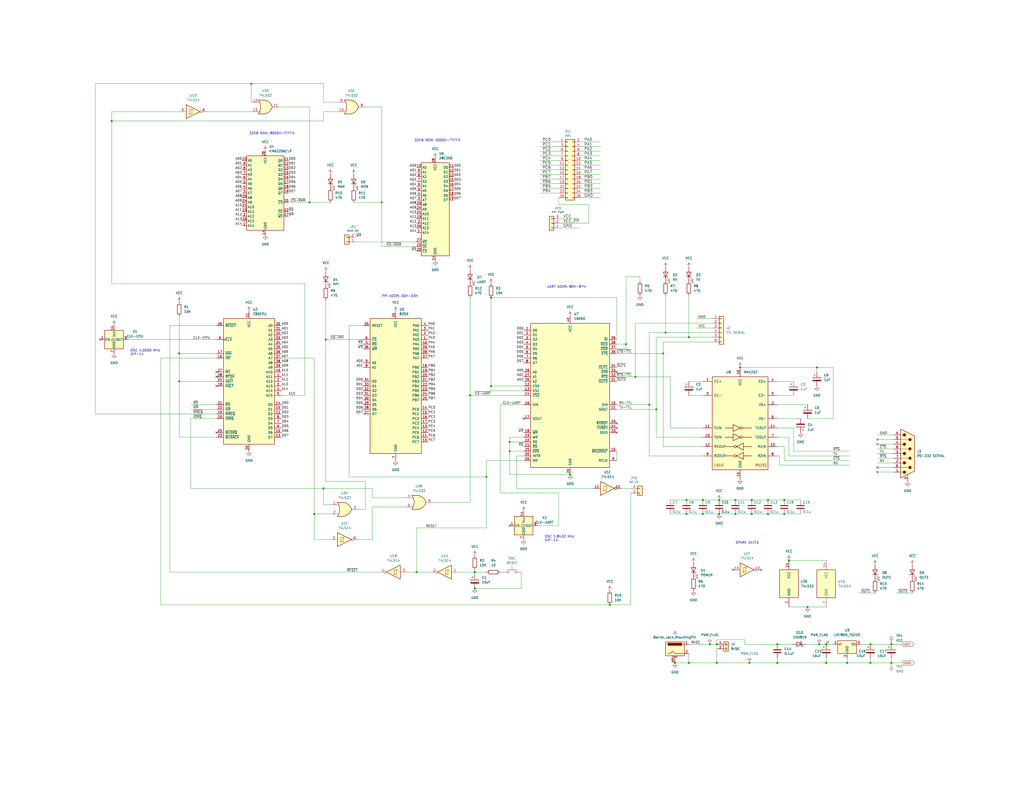
<source format=kicad_sch>
(kicad_sch (version 20211123) (generator eeschema)
  (paper "C")
  (junction (at 259.08 321.31))
  (junction (at 383.54 280.67))
  (junction (at 375.92 184.15))
  (junction (at 387.35 351.79))
  (junction (at 408.94 361.95))
  (junction (at 391.16 351.79))
  (junction (at 430.53 306.07))
  (junction (at 278.13 246.38))
  (junction (at 419.1 273.05))
  (junction (at 427.99 273.05))
  (junction (at 332.74 330.2))
  (junction (at 341.63 187.96))
  (junction (at 177.8 185.42))
  (junction (at 176.53 266.7))
  (junction (at 410.21 273.05))
  (junction (at 401.32 273.05))
  (junction (at 462.28 361.95))
  (junction (at 375.92 361.95))
  (junction (at 354.33 220.98))
  (junction (at 265.43 260.35))
  (junction (at 208.28 110.49))
  (junction (at 256.54 215.9))
  (junction (at 97.79 208.28))
  (junction (at 171.45 280.67))
  (junction (at 391.16 361.95))
  (junction (at 440.69 331.47))
  (junction (at 410.21 280.67))
  (junction (at 346.71 205.74))
  (junction (at 227.33 312.42))
  (junction (at 424.18 361.95))
  (junction (at 363.22 181.61))
  (junction (at 403.86 200.66))
  (junction (at 267.97 162.56))
  (junction (at 358.14 223.52))
  (junction (at 474.98 351.79))
  (junction (at 427.99 280.67))
  (junction (at 419.1 280.67))
  (junction (at 447.04 351.79))
  (junction (at 97.79 193.04))
  (junction (at 392.43 280.67))
  (junction (at 424.18 351.79))
  (junction (at 486.41 361.95))
  (junction (at 311.15 259.08))
  (junction (at 368.3 361.95))
  (junction (at 278.13 241.3))
  (junction (at 401.32 280.67))
  (junction (at 374.65 280.67))
  (junction (at 137.16 45.72))
  (junction (at 474.98 361.95))
  (junction (at 392.43 273.05))
  (junction (at 450.85 351.79))
  (junction (at 450.85 361.95))
  (junction (at 383.54 273.05))
  (junction (at 486.41 351.79))
  (junction (at 60.96 66.04))
  (junction (at 361.95 193.04))
  (junction (at 168.91 110.49))
  (junction (at 374.65 273.05))
  (junction (at 445.77 200.66))
  (junction (at 259.08 312.42))
  (junction (at 267.97 210.82))
  (no_connect (at 336.55 203.2))
  (no_connect (at 118.11 210.82))
  (no_connect (at 478.79 242.57))
  (no_connect (at 478.79 255.27))
  (no_connect (at 478.79 257.81))
  (no_connect (at 415.29 311.15))
  (no_connect (at 54.61 185.42))
  (no_connect (at 336.55 236.22))
  (no_connect (at 278.13 287.02))
  (no_connect (at 478.79 240.03))
  (no_connect (at 400.05 311.15))
  (no_connect (at 336.55 233.68))
  (no_connect (at 336.55 231.14))
  (no_connect (at 118.11 236.22))
  (no_connect (at 285.75 228.6))
  (no_connect (at 118.11 205.74))
  (no_connect (at 118.11 203.2))
  (wire (pts (xy 317.5 95.25) (xy 327.66 95.25)))
  (wire (pts (xy 424.18 351.79) (xy 432.2833 351.79)))
  (wire (pts (xy 391.16 351.79) (xy 391.16 349.25)))
  (wire (pts (xy 306.07 119.38) (xy 316.23 119.38)))
  (wire (pts (xy 354.33 248.92) (xy 383.54 248.92)))
  (wire (pts (xy 199.39 262.89) (xy 199.39 278.13)))
  (wire (pts (xy 273.05 269.24) (xy 304.8 269.24)))
  (wire (pts (xy 341.63 190.5) (xy 341.63 187.96)))
  (wire (pts (xy 273.05 312.42) (xy 274.32 312.42)))
  (wire (pts (xy 336.55 185.42) (xy 336.55 162.56)))
  (wire (pts (xy 346.71 176.53) (xy 346.71 205.74)))
  (wire (pts (xy 410.21 273.05) (xy 419.1 273.05)))
  (wire (pts (xy 97.79 193.04) (xy 97.79 208.28)))
  (wire (pts (xy 177.8 163.83) (xy 177.8 185.42)))
  (wire (pts (xy 365.76 273.05) (xy 374.65 273.05)))
  (wire (pts (xy 284.48 312.42) (xy 284.48 321.31)))
  (wire (pts (xy 285.75 213.36) (xy 267.97 213.36)))
  (wire (pts (xy 227.33 312.42) (xy 234.95 312.42)))
  (wire (pts (xy 250.19 312.42) (xy 259.08 312.42)))
  (wire (pts (xy 430.53 248.92) (xy 463.55 248.92)))
  (wire (pts (xy 401.32 273.05) (xy 410.21 273.05)))
  (wire (pts (xy 365.76 280.67) (xy 374.65 280.67)))
  (wire (pts (xy 294.64 77.47) (xy 304.8 77.47)))
  (wire (pts (xy 440.69 331.47) (xy 450.85 331.47)))
  (wire (pts (xy 433.07 246.38) (xy 463.55 246.38)))
  (wire (pts (xy 97.79 172.72) (xy 97.79 193.04)))
  (wire (pts (xy 285.75 238.76) (xy 278.13 238.76)))
  (wire (pts (xy 177.8 185.42) (xy 198.12 185.42)))
  (wire (pts (xy 391.16 361.95) (xy 408.94 361.95)))
  (wire (pts (xy 168.91 58.42) (xy 152.4 58.42)))
  (wire (pts (xy 104.14 266.7) (xy 176.53 266.7)))
  (wire (pts (xy 87.63 195.58) (xy 87.63 330.2)))
  (wire (pts (xy 375.92 161.29) (xy 375.92 184.15)))
  (wire (pts (xy 391.16 354.33) (xy 391.16 361.95)))
  (wire (pts (xy 195.58 294.64) (xy 203.2 294.64)))
  (wire (pts (xy 153.67 215.9) (xy 166.37 215.9)))
  (wire (pts (xy 375.92 215.9) (xy 383.54 215.9)))
  (wire (pts (xy 339.09 266.7) (xy 344.17 266.7)))
  (wire (pts (xy 52.07 226.06) (xy 52.07 45.72)))
  (wire (pts (xy 336.55 190.5) (xy 341.63 190.5)))
  (wire (pts (xy 306.07 124.46) (xy 316.23 124.46)))
  (wire (pts (xy 317.5 87.63) (xy 327.66 87.63)))
  (wire (pts (xy 474.98 359.41) (xy 474.98 361.95)))
  (wire (pts (xy 424.18 215.9) (xy 433.07 215.9)))
  (wire (pts (xy 317.5 92.71) (xy 327.66 92.71)))
  (wire (pts (xy 176.53 55.88) (xy 176.53 45.72)))
  (wire (pts (xy 294.64 102.87) (xy 304.8 102.87)))
  (wire (pts (xy 294.64 105.41) (xy 304.8 105.41)))
  (wire (pts (xy 113.03 60.96) (xy 137.16 60.96)))
  (wire (pts (xy 87.63 330.2) (xy 332.74 330.2)))
  (wire (pts (xy 285.75 246.38) (xy 278.13 246.38)))
  (wire (pts (xy 419.1 280.67) (xy 427.99 280.67)))
  (wire (pts (xy 478.79 257.81) (xy 487.68 257.81)))
  (wire (pts (xy 60.96 66.04) (xy 176.53 66.04)))
  (wire (pts (xy 193.04 110.49) (xy 208.28 110.49)))
  (wire (pts (xy 358.14 184.15) (xy 358.14 223.52)))
  (wire (pts (xy 424.18 359.41) (xy 424.18 361.95)))
  (wire (pts (xy 177.8 262.89) (xy 199.39 262.89)))
  (wire (pts (xy 168.91 110.49) (xy 180.34 110.49)))
  (wire (pts (xy 278.13 259.08) (xy 278.13 246.38)))
  (wire (pts (xy 256.54 274.32) (xy 236.22 274.32)))
  (wire (pts (xy 439.9033 351.79) (xy 447.04 351.79)))
  (wire (pts (xy 199.39 278.13) (xy 195.58 278.13)))
  (wire (pts (xy 256.54 162.56) (xy 256.54 215.9)))
  (wire (pts (xy 281.94 266.7) (xy 323.85 266.7)))
  (wire (pts (xy 424.18 361.95) (xy 450.85 361.95)))
  (wire (pts (xy 425.45 254) (xy 463.55 254)))
  (wire (pts (xy 137.16 45.72) (xy 137.16 55.88)))
  (wire (pts (xy 379.73 179.07) (xy 388.62 179.07)))
  (wire (pts (xy 445.77 200.66) (xy 454.66 200.66)))
  (wire (pts (xy 317.5 85.09) (xy 327.66 85.09)))
  (wire (pts (xy 478.79 242.57) (xy 487.68 242.57)))
  (wire (pts (xy 194.31 132.08) (xy 227.33 132.08)))
  (wire (pts (xy 427.99 251.46) (xy 463.55 251.46)))
  (wire (pts (xy 184.15 55.88) (xy 176.53 55.88)))
  (wire (pts (xy 190.5 260.35) (xy 265.43 260.35)))
  (wire (pts (xy 265.43 288.29) (xy 227.33 288.29)))
  (wire (pts (xy 430.53 238.76) (xy 430.53 248.92)))
  (wire (pts (xy 486.41 351.79) (xy 492.76 351.79)))
  (wire (pts (xy 445.77 200.66) (xy 445.77 203.2)))
  (wire (pts (xy 317.5 82.55) (xy 327.66 82.55)))
  (wire (pts (xy 478.79 250.19) (xy 487.68 250.19)))
  (wire (pts (xy 87.63 195.58) (xy 118.11 195.58)))
  (wire (pts (xy 440.69 228.6) (xy 454.66 228.6)))
  (wire (pts (xy 478.79 247.65) (xy 487.68 247.65)))
  (wire (pts (xy 424.18 233.68) (xy 433.07 233.68)))
  (wire (pts (xy 294.64 90.17) (xy 304.8 90.17)))
  (wire (pts (xy 424.18 220.98) (xy 440.69 220.98)))
  (wire (pts (xy 317.5 102.87) (xy 327.66 102.87)))
  (wire (pts (xy 474.98 361.95) (xy 486.41 361.95)))
  (wire (pts (xy 227.33 288.29) (xy 227.33 312.42)))
  (wire (pts (xy 447.04 351.79) (xy 450.85 351.79)))
  (wire (pts (xy 176.53 275.59) (xy 180.34 275.59)))
  (wire (pts (xy 198.12 177.8) (xy 190.5 177.8)))
  (wire (pts (xy 387.35 351.79) (xy 391.16 351.79)))
  (wire (pts (xy 97.79 208.28) (xy 118.11 208.28)))
  (wire (pts (xy 317.5 97.79) (xy 327.66 97.79)))
  (wire (pts (xy 468.63 323.85) (xy 477.52 323.85)))
  (wire (pts (xy 153.67 195.58) (xy 171.45 195.58)))
  (wire (pts (xy 433.07 233.68) (xy 433.07 246.38)))
  (wire (pts (xy 118.11 177.8) (xy 92.71 177.8)))
  (wire (pts (xy 462.28 359.41) (xy 462.28 361.95)))
  (wire (pts (xy 294.64 82.55) (xy 304.8 82.55)))
  (wire (pts (xy 361.95 193.04) (xy 361.95 243.84)))
  (wire (pts (xy 474.98 351.79) (xy 486.41 351.79)))
  (wire (pts (xy 469.9 351.79) (xy 474.98 351.79)))
  (wire (pts (xy 450.85 359.41) (xy 450.85 361.95)))
  (wire (pts (xy 424.18 243.84) (xy 427.99 243.84)))
  (wire (pts (xy 166.37 154.94) (xy 60.96 154.94)))
  (wire (pts (xy 354.33 220.98) (xy 354.33 248.92)))
  (wire (pts (xy 321.31 111.76) (xy 321.31 121.92)))
  (wire (pts (xy 388.62 184.15) (xy 375.92 184.15)))
  (wire (pts (xy 60.96 154.94) (xy 60.96 66.04)))
  (wire (pts (xy 336.55 187.96) (xy 341.63 187.96)))
  (wire (pts (xy 430.53 331.47) (xy 440.69 331.47)))
  (wire (pts (xy 317.5 107.95) (xy 327.66 107.95)))
  (wire (pts (xy 403.86 200.66) (xy 445.77 200.66)))
  (wire (pts (xy 171.45 294.64) (xy 180.34 294.64)))
  (wire (pts (xy 97.79 193.04) (xy 118.11 193.04)))
  (wire (pts (xy 118.11 228.6) (xy 104.14 228.6)))
  (wire (pts (xy 317.5 100.33) (xy 327.66 100.33)))
  (wire (pts (xy 203.2 266.7) (xy 203.2 271.78)))
  (wire (pts (xy 171.45 280.67) (xy 180.34 280.67)))
  (wire (pts (xy 478.79 245.11) (xy 487.68 245.11)))
  (wire (pts (xy 488.95 323.85) (xy 497.84 323.85)))
  (wire (pts (xy 104.14 228.6) (xy 104.14 266.7)))
  (wire (pts (xy 104.14 220.98) (xy 118.11 220.98)))
  (wire (pts (xy 157.48 110.49) (xy 168.91 110.49)))
  (wire (pts (xy 278.13 241.3) (xy 285.75 241.3)))
  (wire (pts (xy 358.14 223.52) (xy 358.14 238.76)))
  (wire (pts (xy 208.28 58.42) (xy 199.39 58.42)))
  (wire (pts (xy 427.99 273.05) (xy 436.88 273.05)))
  (wire (pts (xy 166.37 215.9) (xy 166.37 154.94)))
  (wire (pts (xy 294.64 100.33) (xy 304.8 100.33)))
  (wire (pts (xy 336.55 246.38) (xy 336.55 251.46)))
  (wire (pts (xy 267.97 210.82) (xy 267.97 162.56)))
  (wire (pts (xy 375.92 184.15) (xy 358.14 184.15)))
  (wire (pts (xy 317.5 90.17) (xy 327.66 90.17)))
  (wire (pts (xy 203.2 276.86) (xy 203.2 294.64)))
  (wire (pts (xy 401.32 280.67) (xy 410.21 280.67)))
  (wire (pts (xy 365.76 205.74) (xy 365.76 233.68)))
  (wire (pts (xy 427.99 243.84) (xy 427.99 251.46)))
  (wire (pts (xy 332.74 330.2) (xy 344.17 330.2)))
  (wire (pts (xy 375.92 361.95) (xy 391.16 361.95)))
  (wire (pts (xy 256.54 215.9) (xy 285.75 215.9)))
  (wire (pts (xy 424.18 228.6) (xy 436.88 228.6)))
  (wire (pts (xy 171.45 195.58) (xy 171.45 280.67)))
  (wire (pts (xy 267.97 213.36) (xy 267.97 210.82)))
  (wire (pts (xy 336.55 223.52) (xy 358.14 223.52)))
  (wire (pts (xy 363.22 161.29) (xy 363.22 181.61)))
  (wire (pts (xy 358.14 238.76) (xy 383.54 238.76)))
  (wire (pts (xy 410.21 280.67) (xy 419.1 280.67)))
  (wire (pts (xy 374.65 280.67) (xy 383.54 280.67)))
  (wire (pts (xy 427.99 280.67) (xy 436.88 280.67)))
  (wire (pts (xy 285.75 210.82) (xy 267.97 210.82)))
  (wire (pts (xy 69.85 185.42) (xy 118.11 185.42)))
  (wire (pts (xy 168.91 110.49) (xy 168.91 58.42)))
  (wire (pts (xy 478.79 252.73) (xy 487.68 252.73)))
  (wire (pts (xy 227.33 134.62) (xy 208.28 134.62)))
  (wire (pts (xy 317.5 105.41) (xy 327.66 105.41)))
  (wire (pts (xy 454.66 200.66) (xy 454.66 228.6)))
  (wire (pts (xy 92.71 177.8) (xy 92.71 312.42)))
  (wire (pts (xy 424.18 208.28) (xy 433.07 208.28)))
  (wire (pts (xy 171.45 280.67) (xy 171.45 294.64)))
  (wire (pts (xy 311.15 259.08) (xy 278.13 259.08)))
  (wire (pts (xy 304.8 269.24) (xy 304.8 287.02)))
  (wire (pts (xy 374.65 273.05) (xy 383.54 273.05)))
  (wire (pts (xy 259.08 312.42) (xy 265.43 312.42)))
  (wire (pts (xy 379.73 173.99) (xy 388.62 173.99)))
  (wire (pts (xy 406.4 351.79) (xy 424.18 351.79)))
  (wire (pts (xy 60.96 60.96) (xy 60.96 66.04)))
  (wire (pts (xy 285.75 248.92) (xy 281.94 248.92)))
  (wire (pts (xy 97.79 238.76) (xy 97.79 208.28)))
  (wire (pts (xy 176.53 275.59) (xy 176.53 266.7)))
  (wire (pts (xy 361.95 186.69) (xy 361.95 193.04)))
  (wire (pts (xy 176.53 66.04) (xy 176.53 60.96)))
  (wire (pts (xy 383.54 273.05) (xy 392.43 273.05)))
  (wire (pts (xy 392.43 280.67) (xy 401.32 280.67)))
  (wire (pts (xy 388.62 176.53) (xy 346.71 176.53)))
  (wire (pts (xy 383.54 280.67) (xy 392.43 280.67)))
  (wire (pts (xy 478.79 255.27) (xy 487.68 255.27)))
  (wire (pts (xy 304.8 111.76) (xy 321.31 111.76)))
  (wire (pts (xy 317.5 77.47) (xy 327.66 77.47)))
  (wire (pts (xy 294.64 92.71) (xy 304.8 92.71)))
  (wire (pts (xy 375.92 356.87) (xy 375.92 361.95)))
  (wire (pts (xy 222.25 312.42) (xy 227.33 312.42)))
  (wire (pts (xy 430.53 306.07) (xy 450.85 306.07)))
  (wire (pts (xy 208.28 110.49) (xy 208.28 58.42)))
  (wire (pts (xy 349.25 151.13) (xy 349.25 153.67)))
  (wire (pts (xy 294.64 95.25) (xy 304.8 95.25)))
  (wire (pts (xy 408.94 361.95) (xy 424.18 361.95)))
  (wire (pts (xy 304.8 107.95) (xy 304.8 111.76)))
  (wire (pts (xy 341.63 151.13) (xy 349.25 151.13)))
  (wire (pts (xy 317.5 80.01) (xy 327.66 80.01)))
  (wire (pts (xy 391.16 349.25) (xy 406.4 349.25)))
  (wire (pts (xy 118.11 238.76) (xy 97.79 238.76)))
  (wire (pts (xy 321.31 121.92) (xy 306.07 121.92)))
  (wire (pts (xy 425.45 248.92) (xy 425.45 254)))
  (wire (pts (xy 363.22 181.61) (xy 354.33 181.61)))
  (wire (pts (xy 294.64 87.63) (xy 304.8 87.63)))
  (wire (pts (xy 97.79 60.96) (xy 60.96 60.96)))
  (wire (pts (xy 92.71 312.42) (xy 207.01 312.42)))
  (wire (pts (xy 267.97 162.56) (xy 336.55 162.56)))
  (wire (pts (xy 486.41 359.41) (xy 486.41 361.95)))
  (wire (pts (xy 52.07 45.72) (xy 137.16 45.72)))
  (wire (pts (xy 294.64 80.01) (xy 304.8 80.01)))
  (wire (pts (xy 265.43 251.46) (xy 285.75 251.46)))
  (wire (pts (xy 294.64 97.79) (xy 304.8 97.79)))
  (wire (pts (xy 259.08 312.42) (xy 259.08 313.69)))
  (wire (pts (xy 203.2 276.86) (xy 220.98 276.86)))
  (wire (pts (xy 259.08 311.15) (xy 259.08 312.42)))
  (wire (pts (xy 176.53 60.96) (xy 184.15 60.96)))
  (wire (pts (xy 486.41 361.95) (xy 492.76 361.95)))
  (wire (pts (xy 293.37 287.02) (xy 304.8 287.02)))
  (wire (pts (xy 450.85 351.79) (xy 454.66 351.79)))
  (wire (pts (xy 478.79 240.03) (xy 487.68 240.03)))
  (wire (pts (xy 285.75 220.98) (xy 273.05 220.98)))
  (wire (pts (xy 203.2 271.78) (xy 220.98 271.78)))
  (wire (pts (xy 450.85 361.95) (xy 462.28 361.95)))
  (wire (pts (xy 176.53 266.7) (xy 203.2 266.7)))
  (wire (pts (xy 190.5 260.35) (xy 190.5 177.8)))
  (wire (pts (xy 344.17 269.24) (xy 344.17 330.2)))
  (wire (pts (xy 346.71 205.74) (xy 365.76 205.74)))
  (wire (pts (xy 419.1 273.05) (xy 427.99 273.05)))
  (wire (pts (xy 462.28 361.95) (xy 474.98 361.95)))
  (wire (pts (xy 278.13 246.38) (xy 278.13 241.3)))
  (wire (pts (xy 281.94 248.92) (xy 281.94 266.7)))
  (wire (pts (xy 336.55 193.04) (xy 361.95 193.04)))
  (wire (pts (xy 278.13 238.76) (xy 278.13 241.3)))
  (wire (pts (xy 388.62 181.61) (xy 363.22 181.61)))
  (wire (pts (xy 361.95 186.69) (xy 388.62 186.69)))
  (wire (pts (xy 478.79 237.49) (xy 487.68 237.49)))
  (wire (pts (xy 273.05 220.98) (xy 273.05 269.24)))
  (wire (pts (xy 375.92 208.28) (xy 383.54 208.28)))
  (wire (pts (xy 361.95 243.84) (xy 383.54 243.84)))
  (wire (pts (xy 424.18 248.92) (xy 425.45 248.92)))
  (wire (pts (xy 365.76 233.68) (xy 383.54 233.68)))
  (wire (pts (xy 406.4 349.25) (xy 406.4 351.79)))
  (wire (pts (xy 294.64 85.09) (xy 304.8 85.09)))
  (wire (pts (xy 256.54 215.9) (xy 256.54 274.32)))
  (wire (pts (xy 336.55 220.98) (xy 354.33 220.98)))
  (wire (pts (xy 265.43 260.35) (xy 265.43 288.29)))
  (wire (pts (xy 177.8 185.42) (xy 177.8 262.89)))
  (wire (pts (xy 424.18 238.76) (xy 430.53 238.76)))
  (wire (pts (xy 341.63 187.96) (xy 341.63 151.13)))
  (wire (pts (xy 104.14 223.52) (xy 118.11 223.52)))
  (wire (pts (xy 354.33 181.61) (xy 354.33 220.98)))
  (wire (pts (xy 176.53 45.72) (xy 137.16 45.72)))
  (wire (pts (xy 118.11 226.06) (xy 52.07 226.06)))
  (wire (pts (xy 375.92 361.95) (xy 368.3 361.95)))
  (wire (pts (xy 336.55 205.74) (xy 346.71 205.74)))
  (wire (pts (xy 284.48 321.31) (xy 259.08 321.31)))
  (wire (pts (xy 375.92 351.79) (xy 387.35 351.79)))
  (wire (pts (xy 392.43 273.05) (xy 401.32 273.05)))
  (wire (pts (xy 208.28 134.62) (xy 208.28 110.49)))
  (wire (pts (xy 265.43 251.46) (xy 265.43 260.35)))
  (text "UART ADDR: 80H-87H" (at 298.45 157.48 0) (effects (font (size 1.27 1.27)) (justify left bottom)))
  (text "SPARE GATES" (at 401.32 297.18 0) (effects (font (size 1.27 1.27)) (justify left bottom)))
  (text "PPI ADDR: 00H-03H" (at 208.28 162.56 0) (effects (font (size 1.27 1.27)) (justify left bottom)))
  (text "OSC 1.8432 MHz\nDIP-14" (at 297.18 295.91 0) (effects (font (size 1.27 1.27)) (justify left bottom)))
  (text "32KB ROM: 0000H-7FFFH" (at 226.06 77.47 0) (effects (font (size 1.27 1.27)) (justify left bottom)))
  (text "32KB RAM: 8000H-FFFFH" (at 135.89 73.66 0) (effects (font (size 1.27 1.27)) (justify left bottom)))
  (text "OSC 4.0000 MHz\nDIP-14" (at 71.12 194.31 0) (effects (font (size 1.27 1.27)) (justify left bottom)))
  (label "A00" (at 132.08 87.63 180))
  (label "CLK-UART" (at 274.32 220.98 0))
  (label "~{OUT2}" (at 336.55 208.28 0))
  (label "GND" (at 318.77 107.95 0) (effects (font (size 1.524 1.524))))
  (label "~{RD}" (at 157.48 115.57 0))
  (label "PC2" (at 295.91 82.55 0) (effects (font (size 1.524 1.524))))
  (label "9VDC" (at 377.19 351.79 0))
  (label "PC3" (at 295.91 85.09 0) (effects (font (size 1.524 1.524))))
  (label "D03" (at 285.75 187.96 180))
  (label "PC7" (at 295.91 95.25 0) (effects (font (size 1.524 1.524))))
  (label "~{WR}" (at 157.48 118.11 0))
  (label "A09" (at 227.33 114.3 180))
  (label "A00" (at 153.67 177.8 0))
  (label "PA6" (at 233.68 193.04 0))
  (label "D07" (at 157.48 105.41 0))
  (label "A07" (at 227.33 109.22 180))
  (label "~{WR}" (at 194.31 129.54 0))
  (label "A02" (at 153.67 182.88 0))
  (label "RX" (at 454.66 254 0))
  (label "PC0" (at 295.91 77.47 0) (effects (font (size 1.524 1.524))))
  (label "~{WR}" (at 285.75 236.22 180))
  (label "PA1" (at 233.68 180.34 0))
  (label "PA1" (at 318.77 80.01 0) (effects (font (size 1.524 1.524))))
  (label "~{MREQ}" (at 105.41 226.06 0))
  (label "PA5" (at 318.77 90.17 0) (effects (font (size 1.524 1.524))))
  (label "A07" (at 153.67 195.58 0))
  (label "A01" (at 285.75 205.74 180))
  (label "D05" (at 153.67 233.68 0))
  (label "PC1" (at 295.91 80.01 0) (effects (font (size 1.524 1.524))))
  (label "D02" (at 157.48 92.71 0))
  (label "PA2" (at 233.68 182.88 0))
  (label "D06" (at 285.75 195.58 180))
  (label "PA7" (at 233.68 195.58 0))
  (label "PB3" (at 318.77 105.41 0) (effects (font (size 1.524 1.524))))
  (label "D04" (at 153.67 231.14 0))
  (label "TX-TTL" (at 337.82 223.52 0))
  (label "PC5" (at 233.68 236.22 0))
  (label "PB2" (at 318.77 102.87 0) (effects (font (size 1.524 1.524))))
  (label "~{RD}" (at 285.75 243.84 180))
  (label "D07" (at 285.75 198.12 180))
  (label "PA6" (at 318.77 92.71 0) (effects (font (size 1.524 1.524))))
  (label "A12" (at 132.08 118.11 180))
  (label "~{RESET}" (at 189.23 312.42 0))
  (label "PB6" (at 233.68 215.9 0))
  (label "A11" (at 132.08 115.57 180))
  (label "A09" (at 153.67 200.66 0))
  (label "RX" (at 480.06 252.73 0))
  (label "PB4" (at 295.91 105.41 0) (effects (font (size 1.524 1.524))))
  (label "D00" (at 285.75 180.34 180))
  (label "D04" (at 285.75 190.5 180))
  (label "PA4" (at 233.68 187.96 0))
  (label "PC6" (at 233.68 238.76 0))
  (label "A03" (at 227.33 99.06 180))
  (label "~{OUT2}" (at 490.22 323.85 0))
  (label "D03" (at 198.12 215.9 180))
  (label "~{CTS}" (at 480.06 245.11 0))
  (label "CLK-CPU" (at 105.41 185.42 0))
  (label "~{RTS}" (at 454.66 246.38 0))
  (label "D04" (at 157.48 97.79 0))
  (label "PC4" (at 295.91 87.63 0) (effects (font (size 1.524 1.524))))
  (label "A00" (at 227.33 91.44 180))
  (label "A11" (at 153.67 205.74 0))
  (label "~{OUT1}" (at 469.9 323.85 0))
  (label "PB4" (at 233.68 210.82 0))
  (label "RESET" (at 232.41 288.29 0))
  (label "A01" (at 198.12 200.66 180))
  (label "~{CS-RAM}" (at 158.75 110.49 0))
  (label "PA3" (at 318.77 85.09 0) (effects (font (size 1.524 1.524))))
  (label "PC6" (at 295.91 92.71 0) (effects (font (size 1.524 1.524))))
  (label "PA7" (at 318.77 95.25 0) (effects (font (size 1.524 1.524))))
  (label "PB3" (at 233.68 208.28 0))
  (label "D05" (at 247.65 104.14 0))
  (label "D00" (at 153.67 220.98 0))
  (label "A04" (at 153.67 187.96 0))
  (label "PB2" (at 233.68 205.74 0))
  (label "A12" (at 153.67 208.28 0))
  (label "TX" (at 454.66 248.92 0))
  (label "A01" (at 132.08 90.17 180))
  (label "VI" (at 450.85 351.79 0))
  (label "D00" (at 198.12 208.28 180))
  (label "A14" (at 227.33 127 180))
  (label "VCC" (at 307.34 119.38 0) (effects (font (size 1.524 1.524))))
  (label "D06" (at 198.12 223.52 180))
  (label "TX" (at 480.06 247.65 0))
  (label "~{RD}" (at 105.41 220.98 0))
  (label "RX-TTL" (at 337.82 220.98 0))
  (label "PC0" (at 233.68 223.52 0))
  (label "A01" (at 227.33 93.98 180))
  (label "A10" (at 132.08 113.03 180))
  (label "GND" (at 381 173.99 0))
  (label "D00" (at 157.48 87.63 0))
  (label "~{OUT1}" (at 336.55 200.66 0))
  (label "A00" (at 198.12 198.12 180))
  (label "A11" (at 227.33 119.38 180))
  (label "A02" (at 227.33 96.52 180))
  (label "~{CTS}" (at 454.66 251.46 0))
  (label "D02" (at 198.12 213.36 180))
  (label "GND" (at 480.06 237.49 0))
  (label "A02" (at 285.75 208.28 180))
  (label "D04" (at 198.12 218.44 180))
  (label "D00" (at 247.65 91.44 0))
  (label "PB1" (at 233.68 203.2 0))
  (label "D07" (at 247.65 109.22 0))
  (label "PA0" (at 233.68 177.8 0))
  (label "PB0" (at 233.68 200.66 0))
  (label "PC3" (at 233.68 231.14 0))
  (label "A09" (at 132.08 110.49 180))
  (label "A10" (at 227.33 116.84 180))
  (label "A03" (at 153.67 185.42 0))
  (label "A13" (at 227.33 124.46 180))
  (label "A01" (at 153.67 180.34 0))
  (label "A08" (at 153.67 198.12 0))
  (label "D02" (at 285.75 185.42 180))
  (label "A10" (at 153.67 203.2 0))
  (label "A02" (at 132.08 92.71 180))
  (label "~{CS-ROM}" (at 210.82 134.62 0))
  (label "PA5" (at 233.68 190.5 0))
  (label "PC1" (at 233.68 226.06 0))
  (label "D01" (at 153.67 223.52 0))
  (label "PB5" (at 233.68 213.36 0))
  (label "D03" (at 153.67 228.6 0))
  (label "PA2" (at 318.77 82.55 0) (effects (font (size 1.524 1.524))))
  (label "PC7" (at 233.68 241.3 0))
  (label "A04" (at 227.33 101.6 180))
  (label "VCC_PP" (at 307.34 121.92 0) (effects (font (size 1.524 1.524))))
  (label "D03" (at 157.48 95.25 0))
  (label "A06" (at 132.08 102.87 180))
  (label "A14" (at 153.67 213.36 0))
  (label "D06" (at 247.65 106.68 0))
  (label "~{RD}" (at 198.12 187.96 180))
  (label "A04" (at 132.08 97.79 180))
  (label "D06" (at 157.48 102.87 0))
  (label "A14" (at 132.08 123.19 180))
  (label "A05" (at 227.33 104.14 180))
  (label "D05" (at 157.48 100.33 0))
  (label "PB6" (at 295.91 100.33 0) (effects (font (size 1.524 1.524))))
  (label "~{WR}" (at 105.41 223.52 0))
  (label "PC5" (at 295.91 90.17 0) (effects (font (size 1.524 1.524))))
  (label "PA0" (at 318.77 77.47 0) (effects (font (size 1.524 1.524))))
  (label "~{CTS-TTL}" (at 336.55 193.04 0))
  (label "A05" (at 132.08 100.33 180))
  (label "GND" (at 307.34 124.46 0) (effects (font (size 1.524 1.524))))
  (label "PA4" (at 318.77 87.63 0) (effects (font (size 1.524 1.524))))
  (label "D01" (at 157.48 90.17 0))
  (label "A06" (at 153.67 193.04 0))
  (label "A07" (at 132.08 105.41 180))
  (label "D07" (at 153.67 238.76 0))
  (label "A13" (at 153.67 210.82 0))
  (label "D05" (at 285.75 193.04 180))
  (label "D01" (at 247.65 93.98 0))
  (label "D02" (at 247.65 96.52 0))
  (label "PB1" (at 318.77 100.33 0) (effects (font (size 1.524 1.524))))
  (label "D06" (at 153.67 236.22 0))
  (label "~{RTS}" (at 480.06 250.19 0))
  (label "~{CS-PPI}" (at 180.34 185.42 0))
  (label "~{WR}" (at 198.12 190.5 180))
  (label "~{RTS-TTL}" (at 336.55 205.74 0))
  (label "PC2" (at 233.68 228.6 0))
  (label "PB5" (at 295.91 102.87 0) (effects (font (size 1.524 1.524))))
  (label "~{CS-UART}" (at 259.08 215.9 0))
  (label "A03" (at 132.08 95.25 180))
  (label "PC4" (at 233.68 233.68 0))
  (label "D03" (at 247.65 99.06 0))
  (label "D01" (at 285.75 182.88 180))
  (label "D05" (at 198.12 220.98 180))
  (label "PB7" (at 233.68 218.44 0))
  (label "A15" (at 157.48 215.9 0))
  (label "PB0" (at 318.77 97.79 0) (effects (font (size 1.524 1.524))))
  (label "PA3" (at 233.68 185.42 0))
  (label "PB7" (at 295.91 97.79 0) (effects (font (size 1.524 1.524))))
  (label "A05" (at 153.67 190.5 0))
  (label "D01" (at 198.12 210.82 180))
  (label "~{RD}" (at 227.33 137.16 180))
  (label "A13" (at 132.08 120.65 180))
  (label "D04" (at 247.65 101.6 0))
  (label "A12" (at 227.33 121.92 180))
  (label "A06" (at 227.33 106.68 180))
  (label "A08" (at 227.33 111.76 180))
  (label "D02" (at 153.67 226.06 0))
  (label "VCC" (at 381 179.07 0))
  (label "~{IORQ}" (at 105.41 228.6 0))
  (label "A00" (at 285.75 203.2 180))
  (label "D07" (at 198.12 226.06 180))
  (label "A08" (at 132.08 107.95 180))
  (global_label "VCC" (shape output) (at 492.76 351.79 0) (property "Intersheet References" "${INTERSHEET_REFS}" (effects hide)))
  (global_label "GND" (shape output) (at 492.76 361.95 0) (property "Intersheet References" "${INTERSHEET_REFS}" (effects hide)))
  (symbol (lib_id "power:VCC") (at 378.46 307.34 0) (unit 1)
    (property "Reference" "#PWR018" (effects hide))
    (property "Value" "VCC" (at 378.46 302.26 0))
  )
  (symbol (lib_id "Device:C") (at 365.76 276.86 0) (unit 1)
    (property "Reference" "C7" (at 367.03 274.32 0) (effects (justify left)))
    (property "Value" "0.1u" (at 367.03 279.4 0) (effects (justify left)))
    (property "Footprint" "Capacitor_THT:C_Disc_D5.0mm_W2.5mm_P5.00mm" (effects hide))
  )
  (symbol (lib_id "power:VCC") (at 177.8 148.59 0) (unit 1)
    (property "Reference" "#PWR020" (effects hide))
    (property "Value" "VCC" (at 177.8 143.51 0))
  )
  (symbol (lib_id "Device:C_Polarized") (at 440.69 224.79 0) (unit 1)
    (property "Reference" "C5" (at 444.5 222.6309 0) (effects (justify left)))
    (property "Value" "1uF" (at 444.5 225.1709 0) (effects (justify left)))
    (property "Footprint" "Capacitor_THT:CP_Radial_D5.0mm_P2.50mm" (effects hide))
  )
  (symbol (lib_id "power:VCC") (at 285.75 279.4 0) (unit 1)
    (property "Reference" "#PWR025" (effects hide))
    (property "Value" "VCC" (at 285.75 274.32 0))
  )
  (symbol (lib_id "power:GND") (at 62.23 193.04 0) (unit 1)
    (property "Reference" "#PWR02" (effects hide))
    (property "Value" "GND" (at 62.23 198.12 0))
  )
  (symbol (lib_id "74xx:74LS14") (at 187.96 294.64 0) (unit 3)
    (property "Reference" "U1" (at 187.96 285.75 0))
    (property "Value" "74LS14" (at 187.96 288.29 0))
    (property "Footprint" "Package_DIP:DIP-14_W7.62mm_Socket_LongPads" (effects hide))
    (property "Datasheet" "http://www.ti.com/lit/gpn/sn74LS14" (effects hide))
  )
  (symbol (lib_id "power:GND") (at 445.77 210.82 0) (unit 1)
    (property "Reference" "#PWR029" (effects hide))
    (property "Value" "GND" (at 445.77 215.9 0))
  )
  (symbol (lib_id "Device:R") (at 497.84 320.04 0) (unit 1)
    (property "Reference" "R14" (at 500.38 318.7699 0) (effects (justify left)))
    (property "Value" "470" (at 500.38 321.3099 0) (effects (justify left)))
    (property "Footprint" "Resistor_THT:R_Axial_DIN0207_L6.3mm_D2.5mm_P7.62mm_Horizontal" (effects hide))
  )
  (symbol (lib_id "power:GND") (at 440.69 331.47 0) (unit 1)
    (property "Reference" "#PWR028" (effects hide))
    (property "Value" "GND" (at 440.69 336.55 0))
  )
  (symbol (lib_id "Interface_UART:MAX232") (at 403.86 231.14 0) (unit 1)
    (property "Reference" "U8" (at 396.24 203.2 0) (effects (justify left)))
    (property "Value" "MAX232" (at 405.8794 203.2 0) (effects (justify left)))
    (property "Footprint" "Package_DIP:DIP-16_W7.62mm_Socket_LongPads" (effects hide))
    (property "Datasheet" "http://www.ti.com/lit/ds/symlink/max232.pdf" (effects hide))
  )
  (symbol (lib_id "power:VCC") (at 267.97 154.94 0) (unit 1)
    (property "Reference" "#PWR014" (effects hide))
    (property "Value" "VCC" (at 267.97 149.86 0))
  )
  (symbol (lib_id "Device:LED") (at 378.46 311.15 90) (unit 1)
    (property "Reference" "D1" (at 382.27 311.4674 90) (effects (justify right)))
    (property "Value" "POWER" (at 382.27 314.0074 90) (effects (justify right)))
    (property "Footprint" "LED_THT:LED_D3.0mm" (effects hide))
  )
  (symbol (lib_id "Regulator_Linear:LM7805_TO220") (at 462.28 351.79 0) (unit 1)
    (property "Reference" "U9" (at 462.28 344.17 0))
    (property "Value" "LM7805_TO220" (at 462.28 346.71 0))
    (property "Footprint" "Package_TO_SOT_THT:TO-220-3_Horizontal_TabDown" (effects hide))
    (property "Datasheet" "https://www.onsemi.cn/PowerSolutions/document/MC7800-D.PDF" (effects hide))
  )
  (symbol (lib_id "74xx:74LS14") (at 450.85 318.77 0) (unit 7)
    (property "Reference" "U1" (at 457.2 317.4999 0) (effects (justify left)))
    (property "Value" "74LS14" (at 457.2 320.0399 0) (effects (justify left)))
    (property "Footprint" "Package_DIP:DIP-14_W7.62mm_Socket_LongPads" (effects hide))
    (property "Datasheet" "http://www.ti.com/lit/gpn/sn74LS14" (effects hide))
  )
  (symbol (lib_id "Device:R") (at 269.24 312.42 90) (unit 1)
    (property "Reference" "R4" (at 269.24 306.07 90))
    (property "Value" "10" (at 269.24 308.61 90))
    (property "Footprint" "Resistor_THT:R_Axial_DIN0207_L6.3mm_D2.5mm_P7.62mm_Horizontal" (effects hide))
  )
  (symbol (lib_id "power:GND") (at 495.3 262.89 0) (unit 1)
    (property "Reference" "#PWR030" (effects hide))
    (property "Value" "GND" (at 495.3 267.97 0))
  )
  (symbol (lib_id "Device:R") (at 97.79 168.91 0) (unit 1)
    (property "Reference" "R1" (at 100.33 167.6399 0) (effects (justify left)))
    (property "Value" "10K" (at 100.33 170.1799 0) (effects (justify left)))
    (property "Footprint" "Resistor_THT:R_Axial_DIN0207_L6.3mm_D2.5mm_P7.62mm_Horizontal" (effects hide))
  )
  (symbol (lib_id "74xx:74LS14") (at 407.67 311.15 0) (unit 6)
    (property "Reference" "U1" (at 407.67 302.26 0))
    (property "Value" "74LS14" (at 407.67 304.8 0))
    (property "Footprint" "Package_DIP:DIP-14_W7.62mm_Socket_LongPads" (effects hide))
    (property "Datasheet" "http://www.ti.com/lit/gpn/sn74LS14" (effects hide))
  )
  (symbol (lib_id "Device:C") (at 383.54 276.86 0) (unit 1)
    (property "Reference" "C9" (at 384.81 274.32 0) (effects (justify left)))
    (property "Value" "0.1u" (at 384.81 279.4 0) (effects (justify left)))
    (property "Footprint" "Capacitor_THT:C_Disc_D5.0mm_W2.5mm_P5.00mm" (effects hide))
  )
  (symbol (lib_id "Device:R") (at 477.52 320.04 0) (unit 1)
    (property "Reference" "R13" (at 480.06 318.7699 0) (effects (justify left)))
    (property "Value" "470" (at 480.06 321.3099 0) (effects (justify left)))
    (property "Footprint" "Resistor_THT:R_Axial_DIN0207_L6.3mm_D2.5mm_P7.62mm_Horizontal" (effects hide))
  )
  (symbol (lib_id "Device:C_Polarized") (at 433.07 212.09 0) (unit 1)
    (property "Reference" "C3" (at 436.88 209.9309 0) (effects (justify left)))
    (property "Value" "1uF" (at 436.88 212.4709 0) (effects (justify left)))
    (property "Footprint" "Capacitor_THT:CP_Radial_D5.0mm_P2.50mm" (effects hide))
  )
  (symbol (lib_id "Connector:DB9_Male_MountingHoles") (at 495.3 247.65 0) (unit 1)
    (property "Reference" "J3" (at 500.38 246.3799 0) (effects (justify left)))
    (property "Value" "RS-232 SERIAL" (at 500.38 248.9199 0) (effects (justify left)))
    (property "Footprint" "Connector_Dsub:DSUB-9_Male_Horizontal_P2.77x2.84mm_EdgePinOffset4.94mm_Housed_MountingHolesOffset7.48mm" (effects hide))
    (property "Datasheet" " ~" (effects hide))
  )
  (symbol (lib_id "power:VCC") (at 363.22 146.05 0) (unit 1)
    (property "Reference" "#PWR031" (effects hide))
    (property "Value" "VCC" (at 363.22 140.97 0))
  )
  (symbol (lib_id "Device:R") (at 375.92 157.48 0) (unit 1)
    (property "Reference" "R8" (at 378.46 156.2099 0) (effects (justify left)))
    (property "Value" "470" (at 378.46 158.7499 0) (effects (justify left)))
    (property "Footprint" "Resistor_THT:R_Axial_DIN0207_L6.3mm_D2.5mm_P7.62mm_Horizontal" (effects hide))
  )
  (symbol (lib_id "Device:C") (at 401.32 276.86 0) (unit 1)
    (property "Reference" "C11" (at 402.59 274.32 0) (effects (justify left)))
    (property "Value" "0.1u" (at 402.59 279.4 0) (effects (justify left)))
    (property "Footprint" "Capacitor_THT:C_Disc_D5.0mm_W2.5mm_P5.00mm" (effects hide))
  )
  (symbol (lib_id "74xx:74LS32") (at 187.96 278.13 0) (unit 1)
    (property "Reference" "U3" (at 187.96 269.24 0))
    (property "Value" "74LS32" (at 187.96 271.78 0))
    (property "Footprint" "Package_DIP:DIP-14_W7.62mm_Socket_LongPads" (effects hide))
    (property "Datasheet" "http://www.ti.com/lit/gpn/sn74LS32" (effects hide))
  )
  (symbol (lib_id "power:GND") (at 311.15 259.08 0) (unit 1)
    (property "Reference" "#PWR016" (effects hide))
    (property "Value" "GND" (at 311.15 264.16 0))
  )
  (symbol (lib_id "Device:C") (at 392.43 276.86 0) (unit 1)
    (property "Reference" "C10" (at 393.7 274.32 0) (effects (justify left)))
    (property "Value" "0.1u" (at 393.7 279.4 0) (effects (justify left)))
    (property "Footprint" "Capacitor_THT:C_Disc_D5.0mm_W2.5mm_P5.00mm" (effects hide))
  )
  (symbol (lib_id "Device:LED") (at 256.54 151.13 90) (unit 1)
    (property "Reference" "D7" (at 260.35 151.4474 90) (effects (justify right)))
    (property "Value" "UART" (at 260.35 153.9874 90) (effects (justify right)))
    (property "Footprint" "LED_THT:LED_D3.0mm" (effects hide))
  )
  (symbol (lib_id "Device:C_Polarized") (at 436.88 232.41 180) (unit 1)
    (property "Reference" "C4" (at 440.69 232.0289 0) (effects (justify right)))
    (property "Value" "1uF" (at 440.69 234.5689 0) (effects (justify right)))
    (property "Footprint" "Capacitor_THT:CP_Radial_D5.0mm_P2.50mm" (effects hide))
  )
  (symbol (lib_id "74xx:74LS32") (at 430.53 318.77 0) (unit 5)
    (property "Reference" "U3" (at 436.88 317.4999 0) (effects (justify left)))
    (property "Value" "74LS32" (at 436.88 320.0399 0) (effects (justify left)))
    (property "Footprint" "Package_DIP:DIP-14_W7.62mm_Socket_LongPads" (effects hide))
    (property "Datasheet" "http://www.ti.com/lit/gpn/sn74LS32" (effects hide))
  )
  (symbol (lib_id "Device:C") (at 419.1 276.86 0) (unit 1)
    (property "Reference" "C13" (at 420.37 274.32 0) (effects (justify left)))
    (property "Value" "0.1u" (at 420.37 279.4 0) (effects (justify left)))
    (property "Footprint" "Capacitor_THT:C_Disc_D5.0mm_W2.5mm_P5.00mm" (effects hide))
  )
  (symbol (lib_id "power:GND") (at 215.9 251.46 0) (unit 1)
    (property "Reference" "#PWR09" (effects hide))
    (property "Value" "GND" (at 215.9 256.54 0))
  )
  (symbol (lib_id "Device:R") (at 267.97 158.75 0) (unit 1)
    (property "Reference" "R3" (at 270.51 157.4799 0) (effects (justify left)))
    (property "Value" "10K" (at 270.51 160.0199 0) (effects (justify left)))
    (property "Footprint" "Resistor_THT:R_Axial_DIN0207_L6.3mm_D2.5mm_P7.62mm_Horizontal" (effects hide))
  )
  (symbol (lib_id "Device:R") (at 180.34 106.68 0) (unit 1)
    (property "Reference" "R10" (at 182.88 105.4099 0) (effects (justify left)))
    (property "Value" "470" (at 182.88 107.9499 0) (effects (justify left)))
    (property "Footprint" "Resistor_THT:R_Axial_DIN0207_L6.3mm_D2.5mm_P7.62mm_Horizontal" (effects hide))
  )
  (symbol (lib_id "CPU:Z80CPU") (at 135.89 208.28 0) (unit 1)
    (property "Reference" "U2" (at 137.9094 168.91 0) (effects (justify left)))
    (property "Value" "Z80CPU" (at 137.9094 171.45 0) (effects (justify left)))
    (property "Footprint" "Package_DIP:DIP-40_W15.24mm_Socket_LongPads" (effects hide))
    (property "Datasheet" "www.zilog.com/manage_directlink.php?filepath=docs/z80/um0080" (effects hide))
  )
  (symbol (lib_id "power:VCC") (at 97.79 165.1 0) (unit 1)
    (property "Reference" "#PWR03" (effects hide))
    (property "Value" "VCC" (at 97.79 160.02 0))
  )
  (symbol (lib_id "74xx:74LS14") (at 331.47 266.7 0) (unit 5)
    (property "Reference" "U1" (at 331.47 257.81 0))
    (property "Value" "74LS14" (at 331.47 260.35 0))
    (property "Footprint" "Package_DIP:DIP-14_W7.62mm_Socket_LongPads" (effects hide))
    (property "Datasheet" "http://www.ti.com/lit/gpn/sn74LS14" (effects hide))
  )
  (symbol (lib_id "74xx:74LS14") (at 242.57 312.42 180) (unit 1)
    (property "Reference" "U1" (at 242.57 303.53 0))
    (property "Value" "74LS14" (at 242.57 306.07 0))
    (property "Footprint" "Package_DIP:DIP-14_W7.62mm_Socket_LongPads" (effects hide))
    (property "Datasheet" "http://www.ti.com/lit/gpn/sn74LS14" (effects hide))
  )
  (symbol (lib_id "Device:LED") (at 177.8 152.4 90) (unit 1)
    (property "Reference" "D4" (at 181.61 152.7174 90) (effects (justify right)))
    (property "Value" "PPI" (at 181.61 155.2574 90) (effects (justify right)))
    (property "Footprint" "LED_THT:LED_D3.0mm" (effects hide))
  )
  (symbol (lib_id "Connector:Barrel_Jack_MountingPin") (at 368.3 354.33 0) (unit 1)
    (property "Reference" "J1" (at 368.3 345.44 0))
    (property "Value" "Barrel_Jack_MountingPin" (at 368.3 347.98 0))
    (property "Footprint" "Connector_BarrelJack:BarrelJack_Horizontal" (effects hide))
  )
  (symbol (lib_id "Connector:TestPoint") (at 486.41 361.95 180) (unit 1)
    (property "Reference" "TP2" (at 488.95 363.9819 0) (effects (justify right)))
    (property "Value" "GND" (at 488.95 366.5219 0) (effects (justify right)))
    (property "Footprint" "Connector_PinHeader_2.54mm:PinHeader_1x01_P2.54mm_Vertical" (effects hide))
  )
  (symbol (lib_id "Connector:TestPoint") (at 486.41 351.79 0) (unit 1)
    (property "Reference" "TP1" (at 488.95 347.2179 0) (effects (justify left)))
    (property "Value" "VCC" (at 488.95 349.7579 0) (effects (justify left)))
    (property "Footprint" "Connector_PinHeader_2.54mm:PinHeader_1x01_P2.54mm_Vertical" (effects hide))
  )
  (symbol (lib_id "Device:C") (at 374.65 276.86 0) (unit 1)
    (property "Reference" "C8" (at 375.92 274.32 0) (effects (justify left)))
    (property "Value" "0.1u" (at 375.92 279.4 0) (effects (justify left)))
    (property "Footprint" "Capacitor_THT:C_Disc_D5.0mm_W2.5mm_P5.00mm" (effects hide))
  )
  (symbol (lib_id "Connector_Generic:Conn_01x02") (at 349.25 269.24 0) (mirror x) (unit 1)
    (property "Reference" "JP2" (at 345.8718 261.0866 0))
    (property "Value" "INT EN" (at 345.8718 263.2202 0) (effects (font (size 1.016 1.016))))
    (property "Footprint" "Connector_PinHeader_2.54mm:PinHeader_1x02_P2.54mm_Vertical" (effects hide))
  )
  (symbol (lib_id "power:VCC") (at 497.84 308.61 0) (unit 1)
    (property "Reference" "#PWR037" (effects hide))
    (property "Value" "VCC" (at 497.84 303.53 0))
  )
  (symbol (lib_id "Device:C_Polarized") (at 486.41 355.6 0) (unit 1)
    (property "Reference" "C17" (at 480.06 355.6 0) (effects (justify left)))
    (property "Value" "10uF" (at 478.79 358.14 0) (effects (justify left)))
    (property "Footprint" "Capacitor_THT:CP_Radial_D5.0mm_P2.50mm" (effects hide))
  )
  (symbol (lib_id "74xx:74LS14") (at 214.63 312.42 180) (unit 2)
    (property "Reference" "U1" (at 214.63 303.53 0))
    (property "Value" "74LS14" (at 214.63 306.07 0))
    (property "Footprint" "Package_DIP:DIP-14_W7.62mm_Socket_LongPads" (effects hide))
    (property "Datasheet" "http://www.ti.com/lit/gpn/sn74LS14" (effects hide))
  )
  (symbol (lib_id "Connector_Generic:Conn_01x02") (at 189.23 132.08 180) (unit 1)
    (property "Reference" "JP1" (at 192.6082 123.9266 0))
    (property "Value" "ROM WR" (at 192.6082 126.0602 0) (effects (font (size 1.016 1.016))))
    (property "Footprint" "Connector_PinHeader_2.54mm:PinHeader_1x02_P2.54mm_Vertical" (effects hide))
  )
  (symbol (lib_id "Interface:8255") (at 215.9 210.82 0) (unit 1)
    (property "Reference" "U5" (at 217.9194 168.91 0) (effects (justify left)))
    (property "Value" "8255" (at 217.9194 171.45 0) (effects (justify left)))
    (property "Footprint" "Package_DIP:DIP-40_W15.24mm_Socket_LongPads" (effects hide))
    (property "Datasheet" "http://aturing.umcs.maine.edu/~meadow/courses/cos335/Intel8255A.pdf" (effects hide))
  )
  (symbol (lib_id "Connector_Generic:Conn_02x13_Odd_Even") (at 309.88 92.71 0) (unit 1)
    (property "Reference" "P1" (at 309.88 71.8566 0) (effects (font (size 1.524 1.524))))
    (property "Value" "PPI" (at 309.88 74.3458 0))
    (property "Footprint" "Connector_IDC:IDC-Header_2x13_P2.54mm_Horizontal" (effects hide))
  )
  (symbol (lib_id "Device:LED") (at 477.52 312.42 90) (unit 1)
    (property "Reference" "D8" (at 481.33 312.7374 90) (effects (justify right)))
    (property "Value" "OUT1" (at 481.33 315.2774 90) (effects (justify right)))
    (property "Footprint" "LED_THT:LED_D3.0mm" (effects hide))
  )
  (symbol (lib_id "Device:R") (at 256.54 158.75 0) (unit 1)
    (property "Reference" "R12" (at 259.08 157.4799 0) (effects (justify left)))
    (property "Value" "470" (at 259.08 160.0199 0) (effects (justify left)))
    (property "Footprint" "Resistor_THT:R_Axial_DIN0207_L6.3mm_D2.5mm_P7.62mm_Horizontal" (effects hide))
  )
  (symbol (lib_id "power:VCC") (at 375.92 146.05 0) (unit 1)
    (property "Reference" "#PWR032" (effects hide))
    (property "Value" "VCC" (at 375.92 140.97 0))
  )
  (symbol (lib_id "power:GND") (at 135.89 246.38 0) (unit 1)
    (property "Reference" "#PWR05" (effects hide))
    (property "Value" "GND" (at 135.89 251.46 0))
  )
  (symbol (lib_id "Device:LED") (at 363.22 149.86 90) (unit 1)
    (property "Reference" "D2" (at 367.03 150.1774 90) (effects (justify right)))
    (property "Value" "RX" (at 367.03 152.7174 90) (effects (justify right)))
    (property "Footprint" "LED_THT:LED_D3.0mm" (effects hide))
  )
  (symbol (lib_id "Memory_RAM:KM62256CLP") (at 144.78 105.41 0) (unit 1)
    (property "Reference" "U4" (at 146.7994 80.01 0) (effects (justify left)))
    (property "Value" "KM62256CLP" (at 146.7994 82.55 0) (effects (justify left)))
    (property "Footprint" "Package_DIP:DIP-28_W15.24mm_Socket_LongPads" (effects hide))
    (property "Datasheet" "https://www.futurlec.com/Datasheet/Memory/62256.pdf" (effects hide))
  )
  (symbol (lib_id "74xx:74LS14") (at 105.41 60.96 0) (unit 4)
    (property "Reference" "U1" (at 105.41 52.07 0))
    (property "Value" "74LS14" (at 105.41 54.61 0))
    (property "Footprint" "Package_DIP:DIP-14_W7.62mm_Socket_LongPads" (effects hide))
    (property "Datasheet" "http://www.ti.com/lit/gpn/sn74LS14" (effects hide))
  )
  (symbol (lib_id "74xx:74LS32") (at 228.6 274.32 0) (unit 2)
    (property "Reference" "U3" (at 228.6 265.43 0))
    (property "Value" "74LS32" (at 228.6 267.97 0))
    (property "Footprint" "Package_DIP:DIP-14_W7.62mm_Socket_LongPads" (effects hide))
    (property "Datasheet" "http://www.ti.com/lit/gpn/sn74LS32" (effects hide))
  )
  (symbol (lib_id "Connector:Screw_Terminal_01x02") (at 396.24 351.79 0) (unit 1)
    (property "Reference" "J4" (at 398.78 351.7899 0) (effects (justify left)))
    (property "Value" "9VDC" (at 398.78 354.3299 0) (effects (justify left)))
    (property "Footprint" "TerminalBlock_Phoenix:TerminalBlock_Phoenix_MKDS-1,5-2-5.08_1x02_P5.08mm_Horizontal" (effects hide))
  )
  (symbol (lib_id "Connector_Generic:Conn_01x03") (at 300.99 121.92 180) (unit 1)
    (property "Reference" "JP3" (at 304.3682 113.7666 0))
    (property "Value" "PPI PWR" (at 304.3682 115.9002 0) (effects (font (size 1.016 1.016))))
    (property "Footprint" "Connector_PinHeader_2.54mm:PinHeader_1x03_P2.54mm_Vertical" (effects hide))
  )
  (symbol (lib_id "Device:R") (at 177.8 160.02 0) (unit 1)
    (property "Reference" "R9" (at 180.34 158.7499 0) (effects (justify left)))
    (property "Value" "470" (at 180.34 161.2899 0) (effects (justify left)))
    (property "Footprint" "Resistor_THT:R_Axial_DIN0207_L6.3mm_D2.5mm_P7.62mm_Horizontal" (effects hide))
  )
  (symbol (lib_id "power:VCC") (at 256.54 147.32 0) (unit 1)
    (property "Reference" "#PWR035" (effects hide))
    (property "Value" "VCC" (at 256.54 142.24 0))
  )
  (symbol (lib_id "power:VCC") (at 135.89 170.18 0) (unit 1)
    (property "Reference" "#PWR04" (effects hide))
    (property "Value" "VCC" (at 135.89 165.1 0))
  )
  (symbol (lib_id "Device:C") (at 427.99 276.86 0) (unit 1)
    (property "Reference" "C18" (at 429.26 274.32 0) (effects (justify left)))
    (property "Value" "0.1u" (at 429.26 279.4 0) (effects (justify left)))
    (property "Footprint" "Capacitor_THT:C_Disc_D5.0mm_W2.5mm_P5.00mm" (effects hide))
  )
  (symbol (lib_id "Device:C") (at 436.88 276.86 0) (unit 1)
    (property "Reference" "C19" (at 438.15 274.32 0) (effects (justify left)))
    (property "Value" "0.1u" (at 438.15 279.4 0) (effects (justify left)))
    (property "Footprint" "Capacitor_THT:C_Disc_D5.0mm_W2.5mm_P5.00mm" (effects hide))
  )
  (symbol (lib_id "power:PWR_FLAG") (at 447.04 351.79 0) (unit 1)
    (property "Reference" "#FLG05" (effects hide))
    (property "Value" "PWR_FLAG" (at 447.04 346.71 0))
  )
  (symbol (lib_id "power:GND") (at 144.78 128.27 0) (unit 1)
    (property "Reference" "#PWR07" (effects hide))
    (property "Value" "GND" (at 144.78 133.35 0))
  )
  (symbol (lib_id "power:VCC") (at 477.52 308.61 0) (unit 1)
    (property "Reference" "#PWR036" (effects hide))
    (property "Value" "VCC" (at 477.52 303.53 0))
  )
  (symbol (lib_id "Oscillator:CXO_DIP14") (at 285.75 287.02 0) (unit 1)
    (property "Reference" "X2" (at 297.18 282.6893 0))
    (property "Value" "CLK-UART" (at 297.18 285.2293 0))
    (property "Footprint" "Oscillator:Oscillator_DIP-14" (effects hide))
    (property "Datasheet" "http://cdn-reichelt.de/documents/datenblatt/B400/OSZI.pdf" (effects hide))
  )
  (symbol (lib_id "power:VCC") (at 311.15 172.72 0) (unit 1)
    (property "Reference" "#PWR015" (effects hide))
    (property "Value" "VCC" (at 311.15 167.64 0))
  )
  (symbol (lib_id "Device:R") (at 259.08 307.34 0) (unit 1)
    (property "Reference" "R2" (at 261.62 306.0699 0) (effects (justify left)))
    (property "Value" "10K" (at 261.62 308.6099 0) (effects (justify left)))
    (property "Footprint" "Resistor_THT:R_Axial_DIN0207_L6.3mm_D2.5mm_P7.62mm_Horizontal" (effects hide))
  )
  (symbol (lib_id "Device:C_Polarized") (at 445.77 207.01 0) (unit 1)
    (property "Reference" "C6" (at 449.58 204.8509 0) (effects (justify left)))
    (property "Value" "1uF" (at 449.58 207.3909 0) (effects (justify left)))
    (property "Footprint" "Capacitor_THT:CP_Radial_D5.0mm_P2.50mm" (effects hide))
  )
  (symbol (lib_id "power:GND") (at 403.86 261.62 0) (unit 1)
    (property "Reference" "#PWR023" (effects hide))
    (property "Value" "GND" (at 403.86 266.7 0))
  )
  (symbol (lib_id "power:VCC") (at 259.08 303.53 0) (unit 1)
    (property "Reference" "#PWR012" (effects hide))
    (property "Value" "VCC" (at 259.08 298.45 0))
  )
  (symbol (lib_id "power:PWR_FLAG") (at 387.35 351.79 0) (unit 1)
    (property "Reference" "#FLG03" (effects hide))
    (property "Value" "PWR_FLAG" (at 387.35 346.71 0))
  )
  (symbol (lib_id "Diode:1N5819") (at 436.0933 351.79 180) (unit 1)
    (property "Reference" "D10" (at 436.4108 345.44 0))
    (property "Value" "1N5819" (at 436.4108 347.98 0))
    (property "Footprint" "Diode_THT:D_DO-41_SOD81_P10.16mm_Horizontal" (effects hide))
    (property "Datasheet" "http://www.vishay.com/docs/88525/1n5817.pdf" (effects hide))
  )
  (symbol (lib_id "Memory_EEPROM:28C256") (at 237.49 114.3 0) (unit 1)
    (property "Reference" "U6" (at 239.5094 83.82 0) (effects (justify left)))
    (property "Value" "28C256" (at 239.5094 86.36 0) (effects (justify left)))
    (property "Footprint" "Socket:DIP_Socket-28_W11.9_W12.7_W15.24_W17.78_W18.5_3M_228-1277-00-0602J" (effects hide))
    (property "Datasheet" "http://ww1.microchip.com/downloads/en/DeviceDoc/doc0006.pdf" (effects hide))
  )
  (symbol (lib_id "power:VCC") (at 332.74 322.58 0) (unit 1)
    (property "Reference" "#PWR040" (effects hide))
    (property "Value" "VCC" (at 332.74 317.5 0))
  )
  (symbol (lib_id "Interface_UART:16550") (at 311.15 215.9 0) (unit 1)
    (property "Reference" "U7" (at 313.1694 171.45 0) (effects (justify left)))
    (property "Value" "16550" (at 313.1694 173.99 0) (effects (justify left)))
    (property "Footprint" "Package_DIP:DIP-40_W15.24mm_Socket_LongPads" (effects hide))
    (property "Datasheet" "http://www.ti.com/lit/ds/symlink/pc16550d.pdf" (effects hide))
  )
  (symbol (lib_id "Device:R") (at 193.04 106.68 0) (unit 1)
    (property "Reference" "R11" (at 195.58 105.4099 0) (effects (justify left)))
    (property "Value" "470" (at 195.58 107.9499 0) (effects (justify left)))
    (property "Footprint" "Resistor_THT:R_Axial_DIN0207_L6.3mm_D2.5mm_P7.62mm_Horizontal" (effects hide))
  )
  (symbol (lib_id "Device:C_Polarized") (at 474.98 355.6 0) (unit 1)
    (property "Reference" "C16" (at 468.63 355.6 0) (effects (justify left)))
    (property "Value" "10uF" (at 467.36 358.14 0) (effects (justify left)))
    (property "Footprint" "Capacitor_THT:CP_Radial_D5.0mm_P2.50mm" (effects hide))
  )
  (symbol (lib_id "Connector_Generic:Conn_01x06") (at 393.7 179.07 0) (unit 1)
    (property "Reference" "J2" (at 396.24 179.0699 0) (effects (justify left)))
    (property "Value" "TTL SERIAL" (at 396.24 181.6099 0) (effects (justify left)))
    (property "Footprint" "Connector_PinHeader_2.54mm:PinHeader_1x06_P2.54mm_Horizontal" (effects hide))
  )
  (symbol (lib_id "Device:LED") (at 180.34 99.06 90) (unit 1)
    (property "Reference" "D5" (at 184.15 99.3774 90) (effects (justify right)))
    (property "Value" "RAM" (at 184.15 101.9174 90) (effects (justify right)))
    (property "Footprint" "LED_THT:LED_D3.0mm" (effects hide))
  )
  (symbol (lib_id "power:GND") (at 392.43 280.67 0) (unit 1)
    (property "Reference" "#PWR039" (effects hide))
    (property "Value" "GND" (at 392.43 285.75 0))
  )
  (symbol (lib_id "power:VCC") (at 430.53 306.07 0) (unit 1)
    (property "Reference" "#PWR024" (effects hide))
    (property "Value" "VCC" (at 430.53 300.99 0))
  )
  (symbol (lib_id "power:VCC") (at 62.23 177.8 0) (unit 1)
    (property "Reference" "#PWR01" (effects hide))
    (property "Value" "VCC" (at 62.23 172.72 0))
  )
  (symbol (lib_id "Device:R") (at 332.74 326.39 0) (unit 1)
    (property "Reference" "R15" (at 335.28 325.1199 0) (effects (justify left)))
    (property "Value" "10K" (at 335.28 327.6599 0) (effects (justify left)))
    (property "Footprint" "Resistor_THT:R_Axial_DIN0207_L6.3mm_D2.5mm_P7.62mm_Horizontal" (effects hide))
  )
  (symbol (lib_id "Device:R") (at 349.25 157.48 0) (unit 1)
    (property "Reference" "R5" (at 351.79 156.2099 0) (effects (justify left)))
    (property "Value" "470" (at 351.79 158.7499 0) (effects (justify left)))
    (property "Footprint" "Resistor_THT:R_Axial_DIN0207_L6.3mm_D2.5mm_P7.62mm_Horizontal" (effects hide))
  )
  (symbol (lib_id "74xx:74LS32") (at 191.77 58.42 0) (unit 3)
    (property "Reference" "U3" (at 191.77 49.53 0))
    (property "Value" "74LS32" (at 191.77 52.07 0))
    (property "Footprint" "Package_DIP:DIP-14_W7.62mm_Socket_LongPads" (effects hide))
    (property "Datasheet" "http://www.ti.com/lit/gpn/sn74LS32" (effects hide))
  )
  (symbol (lib_id "Device:LED") (at 193.04 99.06 90) (unit 1)
    (property "Reference" "D6" (at 196.85 99.3774 90) (effects (justify right)))
    (property "Value" "ROM" (at 196.85 101.9174 90) (effects (justify right)))
    (property "Footprint" "LED_THT:LED_D3.0mm" (effects hide))
  )
  (symbol (lib_id "power:VCC") (at 237.49 86.36 0) (unit 1)
    (property "Reference" "#PWR010" (effects hide))
    (property "Value" "VCC" (at 237.49 81.28 0))
  )
  (symbol (lib_id "Oscillator:CXO_DIP14") (at 62.23 185.42 0) (unit 1)
    (property "Reference" "X1" (at 73.66 181.0893 0))
    (property "Value" "CLK-CPU" (at 73.66 183.6293 0))
    (property "Footprint" "Oscillator:Oscillator_DIP-14" (effects hide))
    (property "Datasheet" "http://cdn-reichelt.de/documents/datenblatt/B400/OSZI.pdf" (effects hide))
  )
  (symbol (lib_id "Switch:SW_Push") (at 279.4 312.42 0) (unit 1)
    (property "Reference" "SW1" (at 279.4 304.8 0))
    (property "Value" "RESET" (at 279.4 307.34 0))
    (property "Footprint" "Button_Switch_THT:SW_PUSH_6mm" (effects hide))
  )
  (symbol (lib_id "power:GND") (at 237.49 142.24 0) (unit 1)
    (property "Reference" "#PWR011" (effects hide))
    (property "Value" "GND" (at 237.49 147.32 0))
  )
  (symbol (lib_id "Device:R") (at 363.22 157.48 0) (unit 1)
    (property "Reference" "R7" (at 365.76 156.2099 0) (effects (justify left)))
    (property "Value" "470" (at 365.76 158.7499 0) (effects (justify left)))
    (property "Footprint" "Resistor_THT:R_Axial_DIN0207_L6.3mm_D2.5mm_P7.62mm_Horizontal" (effects hide))
  )
  (symbol (lib_id "power:VCC") (at 193.04 95.25 0) (unit 1)
    (property "Reference" "#PWR034" (effects hide))
    (property "Value" "VCC" (at 193.04 90.17 0))
  )
  (symbol (lib_id "power:VCC") (at 215.9 170.18 0) (unit 1)
    (property "Reference" "#PWR08" (effects hide))
    (property "Value" "VCC" (at 215.9 165.1 0))
  )
  (symbol (lib_id "power:GND") (at 349.25 161.29 0) (unit 1)
    (property "Reference" "#PWR017" (effects hide))
    (property "Value" "GND" (at 349.25 166.37 0))
  )
  (symbol (lib_id "power:PWR_FLAG") (at 408.94 361.95 0) (unit 1)
    (property "Reference" "#FLG04" (effects hide))
    (property "Value" "PWR_FLAG" (at 408.94 356.87 0))
  )
  (symbol (lib_id "power:VCC") (at 392.43 273.05 0) (unit 1)
    (property "Reference" "#PWR038" (effects hide))
    (property "Value" "VCC" (at 392.43 267.97 0))
  )
  (symbol (lib_id "Device:LED") (at 375.92 149.86 90) (unit 1)
    (property "Reference" "D3" (at 379.73 150.1774 90) (effects (justify right)))
    (property "Value" "TX" (at 379.73 152.7174 90) (effects (justify right)))
    (property "Footprint" "LED_THT:LED_D3.0mm" (effects hide))
  )
  (symbol (lib_id "Device:C_Polarized") (at 450.85 355.6 0) (unit 1)
    (property "Reference" "C15" (at 444.5 355.6 0) (effects (justify left)))
    (property "Value" "10uF" (at 443.23 358.14 0) (effects (justify left)))
    (property "Footprint" "Capacitor_THT:CP_Radial_D5.0mm_P2.50mm" (effects hide))
  )
  (symbol (lib_id "power:GND") (at 368.3 361.95 0) (unit 1)
    (property "Reference" "#PWR019" (effects hide))
    (property "Value" "GND" (at 368.3 367.03 0))
  )
  (symbol (lib_id "Device:C_Polarized") (at 259.08 317.5 0) (unit 1)
    (property "Reference" "C1" (at 262.89 315.3409 0) (effects (justify left)))
    (property "Value" "10uF" (at 262.89 317.8809 0) (effects (justify left)))
    (property "Footprint" "Capacitor_THT:CP_Radial_D5.0mm_P2.50mm" (effects hide))
  )
  (symbol (lib_id "power:VCC") (at 144.78 82.55 0) (unit 1)
    (property "Reference" "#PWR06" (effects hide))
    (property "Value" "VCC" (at 144.78 77.47 0))
  )
  (symbol (lib_id "Device:LED") (at 497.84 312.42 90) (unit 1)
    (property "Reference" "D9" (at 501.65 312.7374 90) (effects (justify right)))
    (property "Value" "OUT2" (at 501.65 315.2774 90) (effects (justify right)))
    (property "Footprint" "LED_THT:LED_D3.0mm" (effects hide))
  )
  (symbol (lib_id "power:GND") (at 285.75 294.64 0) (unit 1)
    (property "Reference" "#PWR026" (effects hide))
    (property "Value" "GND" (at 285.75 299.72 0))
  )
  (symbol (lib_id "74xx:74LS32") (at 144.78 58.42 0) (unit 4)
    (property "Reference" "U3" (at 144.78 49.53 0))
    (property "Value" "74LS32" (at 144.78 52.07 0))
    (property "Footprint" "Package_DIP:DIP-14_W7.62mm_Socket_LongPads" (effects hide))
    (property "Datasheet" "http://www.ti.com/lit/gpn/sn74LS32" (effects hide))
  )
  (symbol (lib_id "power:GND") (at 436.88 236.22 0) (unit 1)
    (property "Reference" "#PWR027" (effects hide))
    (property "Value" "GND" (at 436.88 241.3 0))
  )
  (symbol (lib_id "Device:C_Polarized") (at 375.92 212.09 0) (unit 1)
    (property "Reference" "C2" (at 379.73 209.9309 0) (effects (justify left)))
    (property "Value" "1uF" (at 379.73 212.4709 0) (effects (justify left)))
    (property "Footprint" "Capacitor_THT:CP_Radial_D5.0mm_P2.50mm" (effects hide))
  )
  (symbol (lib_id "power:GND") (at 259.08 321.31 0) (unit 1)
    (property "Reference" "#PWR013" (effects hide))
    (property "Value" "GND" (at 259.08 326.39 0))
  )
  (symbol (lib_id "Device:C") (at 424.18 355.6 0) (unit 1)
    (property "Reference" "C14" (at 427.99 354.3299 0) (effects (justify left)))
    (property "Value" "0.1uF" (at 427.99 356.8699 0) (effects (justify left)))
    (property "Footprint" "Capacitor_THT:C_Disc_D5.0mm_W2.5mm_P5.00mm" (effects hide))
  )
  (symbol (lib_id "Device:C") (at 410.21 276.86 0) (unit 1)
    (property "Reference" "C12" (at 411.48 274.32 0) (effects (justify left)))
    (property "Value" "0.1u" (at 411.48 279.4 0) (effects (justify left)))
    (property "Footprint" "Capacitor_THT:C_Disc_D5.0mm_W2.5mm_P5.00mm" (effects hide))
  )
  (symbol (lib_id "Device:R") (at 378.46 318.77 0) (unit 1)
    (property "Reference" "R6" (at 381 317.4999 0) (effects (justify left)))
    (property "Value" "470" (at 381 320.0399 0) (effects (justify left)))
    (property "Footprint" "Resistor_THT:R_Axial_DIN0207_L6.3mm_D2.5mm_P7.62mm_Horizontal" (effects hide))
  )
  (symbol (lib_id "power:GND") (at 378.46 322.58 0) (unit 1)
    (property "Reference" "#PWR021" (effects hide))
    (property "Value" "GND" (at 378.46 327.66 0))
  )
  (symbol (lib_id "power:VCC") (at 403.86 200.66 0) (unit 1)
    (property "Reference" "#PWR022" (effects hide))
    (property "Value" "VCC" (at 403.86 195.58 0))
  )
  (symbol (lib_id "power:VCC") (at 180.34 95.25 0) (unit 1)
    (property "Reference" "#PWR033" (effects hide))
    (property "Value" "VCC" (at 180.34 90.17 0))
  )
)
</source>
